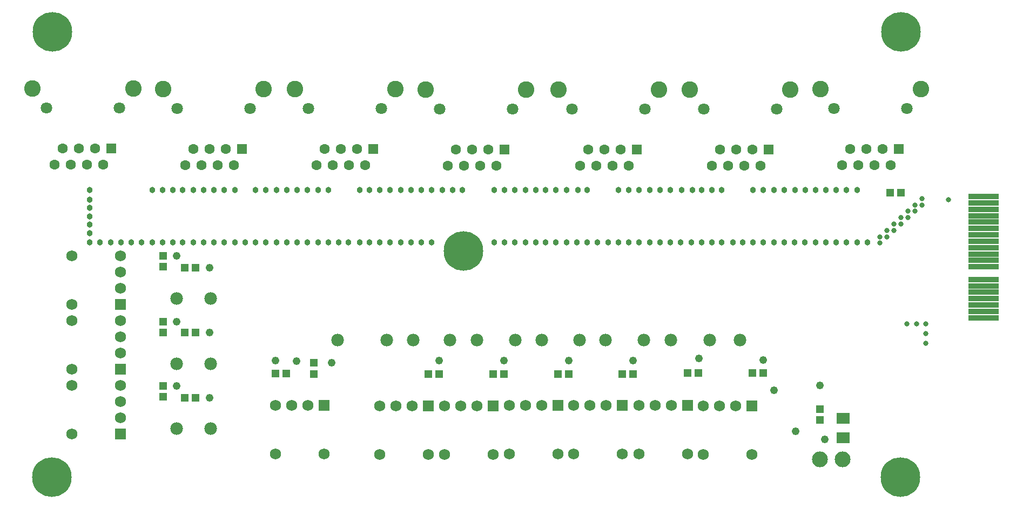
<source format=gts>
G04*
G04 #@! TF.GenerationSoftware,Altium Limited,Altium Designer,22.11.1 (43)*
G04*
G04 Layer_Color=8388736*
%FSAX25Y25*%
%MOIN*%
G70*
G04*
G04 #@! TF.SameCoordinates,EBA4B4AC-1B08-4463-AFC9-2197B451F785*
G04*
G04*
G04 #@! TF.FilePolarity,Negative*
G04*
G01*
G75*
%ADD21R,0.05131X0.04737*%
%ADD22R,0.04737X0.05131*%
%ADD23R,0.19100X0.03200*%
%ADD24R,0.07887X0.06706*%
%ADD25C,0.07800*%
%ADD26C,0.10249*%
%ADD27C,0.07099*%
%ADD28C,0.06312*%
%ADD29R,0.06312X0.06312*%
%ADD30C,0.06800*%
%ADD31R,0.06800X0.06800*%
%ADD32C,0.24422*%
%ADD33R,0.06800X0.06800*%
%ADD34C,0.09800*%
%ADD35C,0.03800*%
%ADD36C,0.03300*%
%ADD37C,0.04800*%
D21*
X0558465Y0236614D02*
D03*
X0565157D02*
D03*
X0185827Y0124882D02*
D03*
X0179134D02*
D03*
X0123228Y0109843D02*
D03*
X0129921D02*
D03*
X0123228Y0150394D02*
D03*
X0129921D02*
D03*
X0123228Y0190157D02*
D03*
X0129921D02*
D03*
X0313583Y0124803D02*
D03*
X0320275D02*
D03*
X0353543Y0124803D02*
D03*
X0360236D02*
D03*
X0393307Y0124803D02*
D03*
X0400000D02*
D03*
X0433620Y0125211D02*
D03*
X0440312D02*
D03*
X0473622Y0125197D02*
D03*
X0480315D02*
D03*
X0280315Y0124803D02*
D03*
X0273622D02*
D03*
D22*
X0202756Y0131496D02*
D03*
Y0124803D02*
D03*
X0109843Y0157087D02*
D03*
Y0150394D02*
D03*
Y0117323D02*
D03*
Y0110630D02*
D03*
Y0197638D02*
D03*
Y0190945D02*
D03*
X0515354Y0096457D02*
D03*
Y0103149D02*
D03*
D23*
X0616142Y0159449D02*
D03*
Y0163386D02*
D03*
Y0167323D02*
D03*
Y0171260D02*
D03*
Y0175197D02*
D03*
Y0179134D02*
D03*
Y0183071D02*
D03*
Y0190945D02*
D03*
Y0194882D02*
D03*
Y0202756D02*
D03*
Y0206693D02*
D03*
Y0210630D02*
D03*
Y0214567D02*
D03*
Y0218504D02*
D03*
Y0222441D02*
D03*
Y0226378D02*
D03*
Y0230315D02*
D03*
Y0198819D02*
D03*
Y0234252D02*
D03*
D24*
X0529528Y0097244D02*
D03*
Y0085433D02*
D03*
D25*
X0217717Y0145669D02*
D03*
X0118110Y0171260D02*
D03*
X0139370D02*
D03*
Y0090945D02*
D03*
X0118110Y0131102D02*
D03*
X0139370D02*
D03*
X0118110Y0090945D02*
D03*
X0248031Y0145669D02*
D03*
X0465748D02*
D03*
X0447244D02*
D03*
X0423228D02*
D03*
X0406693D02*
D03*
X0383071D02*
D03*
X0366929D02*
D03*
X0343701D02*
D03*
X0327165D02*
D03*
X0303543D02*
D03*
X0287008D02*
D03*
X0264173D02*
D03*
D26*
X0515551Y0300551D02*
D03*
X0577559D02*
D03*
X0272047Y0300394D02*
D03*
X0334055D02*
D03*
X0091417Y0300945D02*
D03*
X0029409D02*
D03*
X0496921Y0300366D02*
D03*
X0434913D02*
D03*
X0253110Y0300590D02*
D03*
X0191102D02*
D03*
X0415819Y0300366D02*
D03*
X0353811D02*
D03*
X0172008Y0300591D02*
D03*
X0110000D02*
D03*
D27*
X0524055Y0288543D02*
D03*
X0569055D02*
D03*
X0280551Y0288386D02*
D03*
X0325551D02*
D03*
X0082913Y0288937D02*
D03*
X0037913D02*
D03*
X0488417Y0288358D02*
D03*
X0443417D02*
D03*
X0244606Y0288583D02*
D03*
X0199606D02*
D03*
X0407315Y0288358D02*
D03*
X0362315D02*
D03*
X0163504Y0288583D02*
D03*
X0118504D02*
D03*
D28*
X0529055Y0253543D02*
D03*
X0534055Y0263543D02*
D03*
X0539055Y0253543D02*
D03*
X0544055Y0263543D02*
D03*
X0549055Y0253543D02*
D03*
X0554055Y0263543D02*
D03*
X0559055Y0253543D02*
D03*
X0285551Y0253386D02*
D03*
X0290551Y0263386D02*
D03*
X0295551Y0253386D02*
D03*
X0300551Y0263386D02*
D03*
X0305551Y0253386D02*
D03*
X0310551Y0263386D02*
D03*
X0315551Y0253386D02*
D03*
X0072913Y0253937D02*
D03*
X0067913Y0263937D02*
D03*
X0062913Y0253937D02*
D03*
X0057913Y0263937D02*
D03*
X0052913Y0253937D02*
D03*
X0047913Y0263937D02*
D03*
X0042913Y0253937D02*
D03*
X0478417Y0253358D02*
D03*
X0473417Y0263358D02*
D03*
X0468417Y0253358D02*
D03*
X0463417Y0263358D02*
D03*
X0458417Y0253358D02*
D03*
X0453417Y0263358D02*
D03*
X0448417Y0253358D02*
D03*
X0234606Y0253583D02*
D03*
X0229606Y0263583D02*
D03*
X0224606Y0253583D02*
D03*
X0219606Y0263583D02*
D03*
X0214606Y0253583D02*
D03*
X0209606Y0263583D02*
D03*
X0204606Y0253583D02*
D03*
X0397315Y0253358D02*
D03*
X0392315Y0263358D02*
D03*
X0387315Y0253358D02*
D03*
X0382315Y0263358D02*
D03*
X0377315Y0253358D02*
D03*
X0372315Y0263358D02*
D03*
X0367315Y0253358D02*
D03*
X0153504Y0253583D02*
D03*
X0148504Y0263583D02*
D03*
X0143504Y0253583D02*
D03*
X0138504Y0263583D02*
D03*
X0133504Y0253583D02*
D03*
X0128504Y0263583D02*
D03*
X0123504Y0253583D02*
D03*
D29*
X0564055Y0263543D02*
D03*
X0320551Y0263386D02*
D03*
X0077913Y0263937D02*
D03*
X0483417Y0263358D02*
D03*
X0239606Y0263583D02*
D03*
X0402315Y0263358D02*
D03*
X0158504Y0263583D02*
D03*
D30*
X0209134Y0075197D02*
D03*
X0179134D02*
D03*
Y0105197D02*
D03*
X0189134D02*
D03*
X0199134D02*
D03*
X0083543Y0137559D02*
D03*
Y0147559D02*
D03*
Y0157559D02*
D03*
X0053543D02*
D03*
Y0127559D02*
D03*
X0083504Y0097756D02*
D03*
Y0107756D02*
D03*
Y0117756D02*
D03*
X0053504D02*
D03*
Y0087756D02*
D03*
X0083543Y0177717D02*
D03*
Y0187716D02*
D03*
Y0197716D02*
D03*
X0053543D02*
D03*
Y0167717D02*
D03*
X0393307Y0075197D02*
D03*
X0363307D02*
D03*
Y0105197D02*
D03*
X0373307D02*
D03*
X0383307D02*
D03*
X0473386Y0075118D02*
D03*
X0443386D02*
D03*
Y0105118D02*
D03*
X0453386D02*
D03*
X0463386D02*
D03*
X0303543Y0105118D02*
D03*
X0293543D02*
D03*
X0283543D02*
D03*
Y0075118D02*
D03*
X0313543D02*
D03*
X0263622Y0105118D02*
D03*
X0253622D02*
D03*
X0243622D02*
D03*
Y0075118D02*
D03*
X0273622D02*
D03*
X0343543Y0105197D02*
D03*
X0333543D02*
D03*
X0323543D02*
D03*
Y0075197D02*
D03*
X0353543D02*
D03*
X0423465Y0105197D02*
D03*
X0413465D02*
D03*
X0403465D02*
D03*
Y0075197D02*
D03*
X0433465D02*
D03*
D31*
X0209134Y0105197D02*
D03*
X0393307Y0105197D02*
D03*
X0473386Y0105118D02*
D03*
X0313543Y0105118D02*
D03*
X0273622D02*
D03*
X0353543Y0105197D02*
D03*
X0433465D02*
D03*
D32*
X0041339Y0061024D02*
D03*
X0295276Y0200787D02*
D03*
X0565187Y0336114D02*
D03*
X0564961Y0061024D02*
D03*
X0041565Y0336114D02*
D03*
D33*
X0083543Y0127559D02*
D03*
X0083504Y0087756D02*
D03*
X0083543Y0167717D02*
D03*
D34*
X0529134Y0072047D02*
D03*
X0515354D02*
D03*
D35*
X0512598Y0238189D02*
D03*
X0064567Y0227165D02*
D03*
X0506299Y0238189D02*
D03*
X0500000D02*
D03*
X0442126D02*
D03*
X0436614D02*
D03*
X0231102D02*
D03*
X0211811D02*
D03*
X0294488D02*
D03*
X0359055D02*
D03*
X0352362D02*
D03*
X0346063D02*
D03*
X0371654D02*
D03*
X0365748D02*
D03*
X0474016D02*
D03*
X0454724D02*
D03*
X0448425D02*
D03*
X0429921D02*
D03*
X0480315D02*
D03*
X0487008D02*
D03*
X0493307D02*
D03*
X0141291D02*
D03*
X0147638D02*
D03*
X0135039D02*
D03*
X0154331D02*
D03*
X0064567Y0232283D02*
D03*
X0122047Y0205906D02*
D03*
X0109449D02*
D03*
X0141339D02*
D03*
X0115748D02*
D03*
X0103150D02*
D03*
X0128740D02*
D03*
X0135039D02*
D03*
X0096457D02*
D03*
X0064567Y0222047D02*
D03*
Y0211811D02*
D03*
Y0216929D02*
D03*
Y0238189D02*
D03*
X0198819D02*
D03*
X0538189D02*
D03*
X0531496D02*
D03*
X0525197D02*
D03*
X0544488Y0205906D02*
D03*
X0538189D02*
D03*
X0531496D02*
D03*
X0525197D02*
D03*
X0090158D02*
D03*
X0064567D02*
D03*
X0070866D02*
D03*
X0077559D02*
D03*
X0083858D02*
D03*
X0314173D02*
D03*
X0269291D02*
D03*
X0275590D02*
D03*
X0237402D02*
D03*
X0231102D02*
D03*
X0224410D02*
D03*
X0218110D02*
D03*
X0243701D02*
D03*
X0250000D02*
D03*
X0256693D02*
D03*
X0262992D02*
D03*
X0160630D02*
D03*
X0154331D02*
D03*
X0147638D02*
D03*
X0186221D02*
D03*
X0179921D02*
D03*
X0173228D02*
D03*
X0166929D02*
D03*
X0192520D02*
D03*
X0198819D02*
D03*
X0205512D02*
D03*
X0211811D02*
D03*
X0416535D02*
D03*
X0410236D02*
D03*
X0403543D02*
D03*
X0397244D02*
D03*
X0371654D02*
D03*
X0377953D02*
D03*
X0384646D02*
D03*
X0390945D02*
D03*
X0339764D02*
D03*
X0333465D02*
D03*
X0326772D02*
D03*
X0320472D02*
D03*
X0346063D02*
D03*
X0352362D02*
D03*
X0359055D02*
D03*
X0365354D02*
D03*
X0467717D02*
D03*
X0461417D02*
D03*
X0454724D02*
D03*
X0448425D02*
D03*
X0422835D02*
D03*
X0429134D02*
D03*
X0435827D02*
D03*
X0442126D02*
D03*
X0493307D02*
D03*
X0487008D02*
D03*
X0480315D02*
D03*
X0474016D02*
D03*
X0499606D02*
D03*
X0505905D02*
D03*
X0512598D02*
D03*
X0518898D02*
D03*
X0109449Y0238189D02*
D03*
X0103150D02*
D03*
X0314173D02*
D03*
X0269291D02*
D03*
X0275590D02*
D03*
X0282283D02*
D03*
X0288583D02*
D03*
X0237402D02*
D03*
X0243701D02*
D03*
X0250000D02*
D03*
X0256693D02*
D03*
X0262992D02*
D03*
X0115748D02*
D03*
X0122047D02*
D03*
X0128740D02*
D03*
X0186221D02*
D03*
X0179921D02*
D03*
X0173228D02*
D03*
X0166929D02*
D03*
X0192520D02*
D03*
X0205512D02*
D03*
X0416535D02*
D03*
X0410236D02*
D03*
X0403543D02*
D03*
X0397244D02*
D03*
X0390945D02*
D03*
X0339764D02*
D03*
X0333465D02*
D03*
X0326772D02*
D03*
X0320472D02*
D03*
X0422835D02*
D03*
X0518898D02*
D03*
D36*
X0578346Y0233071D02*
D03*
X0580709Y0143701D02*
D03*
Y0149606D02*
D03*
X0594488Y0232283D02*
D03*
X0580709Y0155512D02*
D03*
X0574803D02*
D03*
X0568898D02*
D03*
X0578346Y0229134D02*
D03*
X0574016Y0225197D02*
D03*
Y0229134D02*
D03*
X0569685Y0221260D02*
D03*
Y0225197D02*
D03*
X0565354Y0217323D02*
D03*
Y0221260D02*
D03*
X0561024Y0213386D02*
D03*
Y0217323D02*
D03*
X0556693Y0209449D02*
D03*
Y0213386D02*
D03*
X0552362Y0209449D02*
D03*
Y0205512D02*
D03*
D37*
X0192126Y0132677D02*
D03*
X0213779Y0131496D02*
D03*
X0179134Y0132980D02*
D03*
X0138583Y0109843D02*
D03*
Y0150394D02*
D03*
X0118110Y0117323D02*
D03*
Y0157087D02*
D03*
Y0197638D02*
D03*
X0138583Y0190157D02*
D03*
X0515354Y0117717D02*
D03*
X0440551Y0134252D02*
D03*
X0487008Y0114567D02*
D03*
X0518110Y0084252D02*
D03*
X0480315Y0133295D02*
D03*
X0400000Y0132902D02*
D03*
X0360236Y0132901D02*
D03*
X0320275Y0132901D02*
D03*
X0280315Y0132902D02*
D03*
X0500394Y0089370D02*
D03*
M02*

</source>
